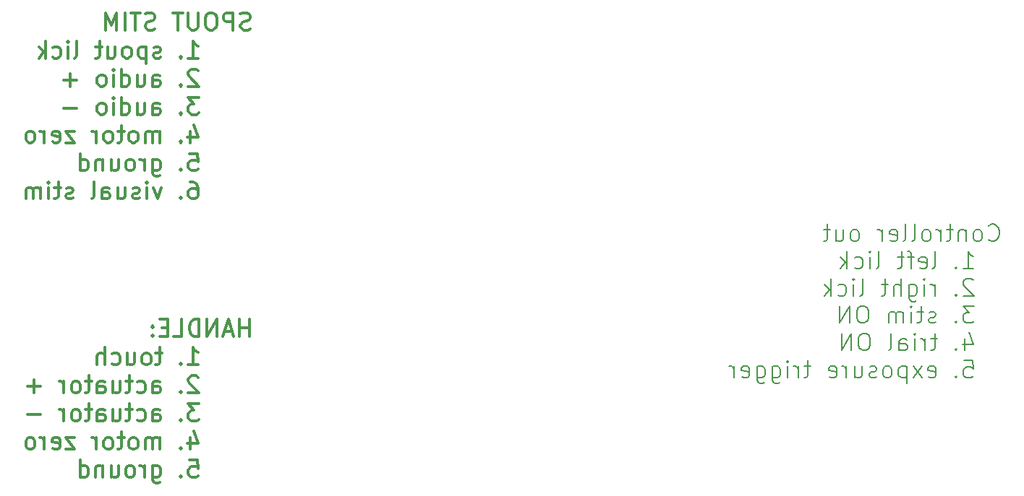
<source format=gbo>
G04 #@! TF.GenerationSoftware,KiCad,Pcbnew,5.1.6*
G04 #@! TF.CreationDate,2020-08-28T22:15:26-07:00*
G04 #@! TF.ProjectId,controller,636f6e74-726f-46c6-9c65-722e6b696361,rev?*
G04 #@! TF.SameCoordinates,Original*
G04 #@! TF.FileFunction,Legend,Bot*
G04 #@! TF.FilePolarity,Positive*
%FSLAX46Y46*%
G04 Gerber Fmt 4.6, Leading zero omitted, Abs format (unit mm)*
G04 Created by KiCad (PCBNEW 5.1.6) date 2020-08-28 22:15:26*
%MOMM*%
%LPD*%
G01*
G04 APERTURE LIST*
%ADD10C,0.200000*%
%ADD11C,0.300000*%
G04 APERTURE END LIST*
D10*
X136680952Y-70184285D02*
X136776190Y-70279523D01*
X137061904Y-70374761D01*
X137252380Y-70374761D01*
X137538095Y-70279523D01*
X137728571Y-70089047D01*
X137823809Y-69898571D01*
X137919047Y-69517619D01*
X137919047Y-69231904D01*
X137823809Y-68850952D01*
X137728571Y-68660476D01*
X137538095Y-68470000D01*
X137252380Y-68374761D01*
X137061904Y-68374761D01*
X136776190Y-68470000D01*
X136680952Y-68565238D01*
X135538095Y-70374761D02*
X135728571Y-70279523D01*
X135823809Y-70184285D01*
X135919047Y-69993809D01*
X135919047Y-69422380D01*
X135823809Y-69231904D01*
X135728571Y-69136666D01*
X135538095Y-69041428D01*
X135252380Y-69041428D01*
X135061904Y-69136666D01*
X134966666Y-69231904D01*
X134871428Y-69422380D01*
X134871428Y-69993809D01*
X134966666Y-70184285D01*
X135061904Y-70279523D01*
X135252380Y-70374761D01*
X135538095Y-70374761D01*
X134014285Y-69041428D02*
X134014285Y-70374761D01*
X134014285Y-69231904D02*
X133919047Y-69136666D01*
X133728571Y-69041428D01*
X133442857Y-69041428D01*
X133252380Y-69136666D01*
X133157142Y-69327142D01*
X133157142Y-70374761D01*
X132490476Y-69041428D02*
X131728571Y-69041428D01*
X132204761Y-68374761D02*
X132204761Y-70089047D01*
X132109523Y-70279523D01*
X131919047Y-70374761D01*
X131728571Y-70374761D01*
X131061904Y-70374761D02*
X131061904Y-69041428D01*
X131061904Y-69422380D02*
X130966666Y-69231904D01*
X130871428Y-69136666D01*
X130680952Y-69041428D01*
X130490476Y-69041428D01*
X129538095Y-70374761D02*
X129728571Y-70279523D01*
X129823809Y-70184285D01*
X129919047Y-69993809D01*
X129919047Y-69422380D01*
X129823809Y-69231904D01*
X129728571Y-69136666D01*
X129538095Y-69041428D01*
X129252380Y-69041428D01*
X129061904Y-69136666D01*
X128966666Y-69231904D01*
X128871428Y-69422380D01*
X128871428Y-69993809D01*
X128966666Y-70184285D01*
X129061904Y-70279523D01*
X129252380Y-70374761D01*
X129538095Y-70374761D01*
X127728571Y-70374761D02*
X127919047Y-70279523D01*
X128014285Y-70089047D01*
X128014285Y-68374761D01*
X126680952Y-70374761D02*
X126871428Y-70279523D01*
X126966666Y-70089047D01*
X126966666Y-68374761D01*
X125157142Y-70279523D02*
X125347619Y-70374761D01*
X125728571Y-70374761D01*
X125919047Y-70279523D01*
X126014285Y-70089047D01*
X126014285Y-69327142D01*
X125919047Y-69136666D01*
X125728571Y-69041428D01*
X125347619Y-69041428D01*
X125157142Y-69136666D01*
X125061904Y-69327142D01*
X125061904Y-69517619D01*
X126014285Y-69708095D01*
X124204761Y-70374761D02*
X124204761Y-69041428D01*
X124204761Y-69422380D02*
X124109523Y-69231904D01*
X124014285Y-69136666D01*
X123823809Y-69041428D01*
X123633333Y-69041428D01*
X121157142Y-70374761D02*
X121347619Y-70279523D01*
X121442857Y-70184285D01*
X121538095Y-69993809D01*
X121538095Y-69422380D01*
X121442857Y-69231904D01*
X121347619Y-69136666D01*
X121157142Y-69041428D01*
X120871428Y-69041428D01*
X120680952Y-69136666D01*
X120585714Y-69231904D01*
X120490476Y-69422380D01*
X120490476Y-69993809D01*
X120585714Y-70184285D01*
X120680952Y-70279523D01*
X120871428Y-70374761D01*
X121157142Y-70374761D01*
X118776190Y-69041428D02*
X118776190Y-70374761D01*
X119633333Y-69041428D02*
X119633333Y-70089047D01*
X119538095Y-70279523D01*
X119347619Y-70374761D01*
X119061904Y-70374761D01*
X118871428Y-70279523D01*
X118776190Y-70184285D01*
X118109523Y-69041428D02*
X117347619Y-69041428D01*
X117823809Y-68374761D02*
X117823809Y-70089047D01*
X117728571Y-70279523D01*
X117538095Y-70374761D01*
X117347619Y-70374761D01*
X133728571Y-73574761D02*
X134871428Y-73574761D01*
X134300000Y-73574761D02*
X134300000Y-71574761D01*
X134490476Y-71860476D01*
X134680952Y-72050952D01*
X134871428Y-72146190D01*
X132871428Y-73384285D02*
X132776190Y-73479523D01*
X132871428Y-73574761D01*
X132966666Y-73479523D01*
X132871428Y-73384285D01*
X132871428Y-73574761D01*
X130109523Y-73574761D02*
X130300000Y-73479523D01*
X130395238Y-73289047D01*
X130395238Y-71574761D01*
X128585714Y-73479523D02*
X128776190Y-73574761D01*
X129157142Y-73574761D01*
X129347619Y-73479523D01*
X129442857Y-73289047D01*
X129442857Y-72527142D01*
X129347619Y-72336666D01*
X129157142Y-72241428D01*
X128776190Y-72241428D01*
X128585714Y-72336666D01*
X128490476Y-72527142D01*
X128490476Y-72717619D01*
X129442857Y-72908095D01*
X127919047Y-72241428D02*
X127157142Y-72241428D01*
X127633333Y-73574761D02*
X127633333Y-71860476D01*
X127538095Y-71670000D01*
X127347619Y-71574761D01*
X127157142Y-71574761D01*
X126776190Y-72241428D02*
X126014285Y-72241428D01*
X126490476Y-71574761D02*
X126490476Y-73289047D01*
X126395238Y-73479523D01*
X126204761Y-73574761D01*
X126014285Y-73574761D01*
X123538095Y-73574761D02*
X123728571Y-73479523D01*
X123823809Y-73289047D01*
X123823809Y-71574761D01*
X122776190Y-73574761D02*
X122776190Y-72241428D01*
X122776190Y-71574761D02*
X122871428Y-71670000D01*
X122776190Y-71765238D01*
X122680952Y-71670000D01*
X122776190Y-71574761D01*
X122776190Y-71765238D01*
X120966666Y-73479523D02*
X121157142Y-73574761D01*
X121538095Y-73574761D01*
X121728571Y-73479523D01*
X121823809Y-73384285D01*
X121919047Y-73193809D01*
X121919047Y-72622380D01*
X121823809Y-72431904D01*
X121728571Y-72336666D01*
X121538095Y-72241428D01*
X121157142Y-72241428D01*
X120966666Y-72336666D01*
X120109523Y-73574761D02*
X120109523Y-71574761D01*
X119919047Y-72812857D02*
X119347619Y-73574761D01*
X119347619Y-72241428D02*
X120109523Y-73003333D01*
X134871428Y-74965238D02*
X134776190Y-74870000D01*
X134585714Y-74774761D01*
X134109523Y-74774761D01*
X133919047Y-74870000D01*
X133823809Y-74965238D01*
X133728571Y-75155714D01*
X133728571Y-75346190D01*
X133823809Y-75631904D01*
X134966666Y-76774761D01*
X133728571Y-76774761D01*
X132871428Y-76584285D02*
X132776190Y-76679523D01*
X132871428Y-76774761D01*
X132966666Y-76679523D01*
X132871428Y-76584285D01*
X132871428Y-76774761D01*
X130395238Y-76774761D02*
X130395238Y-75441428D01*
X130395238Y-75822380D02*
X130300000Y-75631904D01*
X130204761Y-75536666D01*
X130014285Y-75441428D01*
X129823809Y-75441428D01*
X129157142Y-76774761D02*
X129157142Y-75441428D01*
X129157142Y-74774761D02*
X129252380Y-74870000D01*
X129157142Y-74965238D01*
X129061904Y-74870000D01*
X129157142Y-74774761D01*
X129157142Y-74965238D01*
X127347619Y-75441428D02*
X127347619Y-77060476D01*
X127442857Y-77250952D01*
X127538095Y-77346190D01*
X127728571Y-77441428D01*
X128014285Y-77441428D01*
X128204761Y-77346190D01*
X127347619Y-76679523D02*
X127538095Y-76774761D01*
X127919047Y-76774761D01*
X128109523Y-76679523D01*
X128204761Y-76584285D01*
X128300000Y-76393809D01*
X128300000Y-75822380D01*
X128204761Y-75631904D01*
X128109523Y-75536666D01*
X127919047Y-75441428D01*
X127538095Y-75441428D01*
X127347619Y-75536666D01*
X126395238Y-76774761D02*
X126395238Y-74774761D01*
X125538095Y-76774761D02*
X125538095Y-75727142D01*
X125633333Y-75536666D01*
X125823809Y-75441428D01*
X126109523Y-75441428D01*
X126300000Y-75536666D01*
X126395238Y-75631904D01*
X124871428Y-75441428D02*
X124109523Y-75441428D01*
X124585714Y-74774761D02*
X124585714Y-76489047D01*
X124490476Y-76679523D01*
X124300000Y-76774761D01*
X124109523Y-76774761D01*
X121633333Y-76774761D02*
X121823809Y-76679523D01*
X121919047Y-76489047D01*
X121919047Y-74774761D01*
X120871428Y-76774761D02*
X120871428Y-75441428D01*
X120871428Y-74774761D02*
X120966666Y-74870000D01*
X120871428Y-74965238D01*
X120776190Y-74870000D01*
X120871428Y-74774761D01*
X120871428Y-74965238D01*
X119061904Y-76679523D02*
X119252380Y-76774761D01*
X119633333Y-76774761D01*
X119823809Y-76679523D01*
X119919047Y-76584285D01*
X120014285Y-76393809D01*
X120014285Y-75822380D01*
X119919047Y-75631904D01*
X119823809Y-75536666D01*
X119633333Y-75441428D01*
X119252380Y-75441428D01*
X119061904Y-75536666D01*
X118204761Y-76774761D02*
X118204761Y-74774761D01*
X118014285Y-76012857D02*
X117442857Y-76774761D01*
X117442857Y-75441428D02*
X118204761Y-76203333D01*
X134966666Y-77974761D02*
X133728571Y-77974761D01*
X134395238Y-78736666D01*
X134109523Y-78736666D01*
X133919047Y-78831904D01*
X133823809Y-78927142D01*
X133728571Y-79117619D01*
X133728571Y-79593809D01*
X133823809Y-79784285D01*
X133919047Y-79879523D01*
X134109523Y-79974761D01*
X134680952Y-79974761D01*
X134871428Y-79879523D01*
X134966666Y-79784285D01*
X132871428Y-79784285D02*
X132776190Y-79879523D01*
X132871428Y-79974761D01*
X132966666Y-79879523D01*
X132871428Y-79784285D01*
X132871428Y-79974761D01*
X130490476Y-79879523D02*
X130300000Y-79974761D01*
X129919047Y-79974761D01*
X129728571Y-79879523D01*
X129633333Y-79689047D01*
X129633333Y-79593809D01*
X129728571Y-79403333D01*
X129919047Y-79308095D01*
X130204761Y-79308095D01*
X130395238Y-79212857D01*
X130490476Y-79022380D01*
X130490476Y-78927142D01*
X130395238Y-78736666D01*
X130204761Y-78641428D01*
X129919047Y-78641428D01*
X129728571Y-78736666D01*
X129061904Y-78641428D02*
X128300000Y-78641428D01*
X128776190Y-77974761D02*
X128776190Y-79689047D01*
X128680952Y-79879523D01*
X128490476Y-79974761D01*
X128300000Y-79974761D01*
X127633333Y-79974761D02*
X127633333Y-78641428D01*
X127633333Y-77974761D02*
X127728571Y-78070000D01*
X127633333Y-78165238D01*
X127538095Y-78070000D01*
X127633333Y-77974761D01*
X127633333Y-78165238D01*
X126680952Y-79974761D02*
X126680952Y-78641428D01*
X126680952Y-78831904D02*
X126585714Y-78736666D01*
X126395238Y-78641428D01*
X126109523Y-78641428D01*
X125919047Y-78736666D01*
X125823809Y-78927142D01*
X125823809Y-79974761D01*
X125823809Y-78927142D02*
X125728571Y-78736666D01*
X125538095Y-78641428D01*
X125252380Y-78641428D01*
X125061904Y-78736666D01*
X124966666Y-78927142D01*
X124966666Y-79974761D01*
X122109523Y-77974761D02*
X121728571Y-77974761D01*
X121538095Y-78070000D01*
X121347619Y-78260476D01*
X121252380Y-78641428D01*
X121252380Y-79308095D01*
X121347619Y-79689047D01*
X121538095Y-79879523D01*
X121728571Y-79974761D01*
X122109523Y-79974761D01*
X122300000Y-79879523D01*
X122490476Y-79689047D01*
X122585714Y-79308095D01*
X122585714Y-78641428D01*
X122490476Y-78260476D01*
X122300000Y-78070000D01*
X122109523Y-77974761D01*
X120395238Y-79974761D02*
X120395238Y-77974761D01*
X119252380Y-79974761D01*
X119252380Y-77974761D01*
X133919047Y-81841428D02*
X133919047Y-83174761D01*
X134395238Y-81079523D02*
X134871428Y-82508095D01*
X133633333Y-82508095D01*
X132871428Y-82984285D02*
X132776190Y-83079523D01*
X132871428Y-83174761D01*
X132966666Y-83079523D01*
X132871428Y-82984285D01*
X132871428Y-83174761D01*
X130680952Y-81841428D02*
X129919047Y-81841428D01*
X130395238Y-81174761D02*
X130395238Y-82889047D01*
X130300000Y-83079523D01*
X130109523Y-83174761D01*
X129919047Y-83174761D01*
X129252380Y-83174761D02*
X129252380Y-81841428D01*
X129252380Y-82222380D02*
X129157142Y-82031904D01*
X129061904Y-81936666D01*
X128871428Y-81841428D01*
X128680952Y-81841428D01*
X128014285Y-83174761D02*
X128014285Y-81841428D01*
X128014285Y-81174761D02*
X128109523Y-81270000D01*
X128014285Y-81365238D01*
X127919047Y-81270000D01*
X128014285Y-81174761D01*
X128014285Y-81365238D01*
X126204761Y-83174761D02*
X126204761Y-82127142D01*
X126300000Y-81936666D01*
X126490476Y-81841428D01*
X126871428Y-81841428D01*
X127061904Y-81936666D01*
X126204761Y-83079523D02*
X126395238Y-83174761D01*
X126871428Y-83174761D01*
X127061904Y-83079523D01*
X127157142Y-82889047D01*
X127157142Y-82698571D01*
X127061904Y-82508095D01*
X126871428Y-82412857D01*
X126395238Y-82412857D01*
X126204761Y-82317619D01*
X124966666Y-83174761D02*
X125157142Y-83079523D01*
X125252380Y-82889047D01*
X125252380Y-81174761D01*
X122300000Y-81174761D02*
X121919047Y-81174761D01*
X121728571Y-81270000D01*
X121538095Y-81460476D01*
X121442857Y-81841428D01*
X121442857Y-82508095D01*
X121538095Y-82889047D01*
X121728571Y-83079523D01*
X121919047Y-83174761D01*
X122300000Y-83174761D01*
X122490476Y-83079523D01*
X122680952Y-82889047D01*
X122776190Y-82508095D01*
X122776190Y-81841428D01*
X122680952Y-81460476D01*
X122490476Y-81270000D01*
X122300000Y-81174761D01*
X120585714Y-83174761D02*
X120585714Y-81174761D01*
X119442857Y-83174761D01*
X119442857Y-81174761D01*
X133823809Y-84374761D02*
X134776190Y-84374761D01*
X134871428Y-85327142D01*
X134776190Y-85231904D01*
X134585714Y-85136666D01*
X134109523Y-85136666D01*
X133919047Y-85231904D01*
X133823809Y-85327142D01*
X133728571Y-85517619D01*
X133728571Y-85993809D01*
X133823809Y-86184285D01*
X133919047Y-86279523D01*
X134109523Y-86374761D01*
X134585714Y-86374761D01*
X134776190Y-86279523D01*
X134871428Y-86184285D01*
X132871428Y-86184285D02*
X132776190Y-86279523D01*
X132871428Y-86374761D01*
X132966666Y-86279523D01*
X132871428Y-86184285D01*
X132871428Y-86374761D01*
X129633333Y-86279523D02*
X129823809Y-86374761D01*
X130204761Y-86374761D01*
X130395238Y-86279523D01*
X130490476Y-86089047D01*
X130490476Y-85327142D01*
X130395238Y-85136666D01*
X130204761Y-85041428D01*
X129823809Y-85041428D01*
X129633333Y-85136666D01*
X129538095Y-85327142D01*
X129538095Y-85517619D01*
X130490476Y-85708095D01*
X128871428Y-86374761D02*
X127823809Y-85041428D01*
X128871428Y-85041428D02*
X127823809Y-86374761D01*
X127061904Y-85041428D02*
X127061904Y-87041428D01*
X127061904Y-85136666D02*
X126871428Y-85041428D01*
X126490476Y-85041428D01*
X126300000Y-85136666D01*
X126204761Y-85231904D01*
X126109523Y-85422380D01*
X126109523Y-85993809D01*
X126204761Y-86184285D01*
X126300000Y-86279523D01*
X126490476Y-86374761D01*
X126871428Y-86374761D01*
X127061904Y-86279523D01*
X124966666Y-86374761D02*
X125157142Y-86279523D01*
X125252380Y-86184285D01*
X125347619Y-85993809D01*
X125347619Y-85422380D01*
X125252380Y-85231904D01*
X125157142Y-85136666D01*
X124966666Y-85041428D01*
X124680952Y-85041428D01*
X124490476Y-85136666D01*
X124395238Y-85231904D01*
X124300000Y-85422380D01*
X124300000Y-85993809D01*
X124395238Y-86184285D01*
X124490476Y-86279523D01*
X124680952Y-86374761D01*
X124966666Y-86374761D01*
X123538095Y-86279523D02*
X123347619Y-86374761D01*
X122966666Y-86374761D01*
X122776190Y-86279523D01*
X122680952Y-86089047D01*
X122680952Y-85993809D01*
X122776190Y-85803333D01*
X122966666Y-85708095D01*
X123252380Y-85708095D01*
X123442857Y-85612857D01*
X123538095Y-85422380D01*
X123538095Y-85327142D01*
X123442857Y-85136666D01*
X123252380Y-85041428D01*
X122966666Y-85041428D01*
X122776190Y-85136666D01*
X120966666Y-85041428D02*
X120966666Y-86374761D01*
X121823809Y-85041428D02*
X121823809Y-86089047D01*
X121728571Y-86279523D01*
X121538095Y-86374761D01*
X121252380Y-86374761D01*
X121061904Y-86279523D01*
X120966666Y-86184285D01*
X120014285Y-86374761D02*
X120014285Y-85041428D01*
X120014285Y-85422380D02*
X119919047Y-85231904D01*
X119823809Y-85136666D01*
X119633333Y-85041428D01*
X119442857Y-85041428D01*
X118014285Y-86279523D02*
X118204761Y-86374761D01*
X118585714Y-86374761D01*
X118776190Y-86279523D01*
X118871428Y-86089047D01*
X118871428Y-85327142D01*
X118776190Y-85136666D01*
X118585714Y-85041428D01*
X118204761Y-85041428D01*
X118014285Y-85136666D01*
X117919047Y-85327142D01*
X117919047Y-85517619D01*
X118871428Y-85708095D01*
X115823809Y-85041428D02*
X115061904Y-85041428D01*
X115538095Y-84374761D02*
X115538095Y-86089047D01*
X115442857Y-86279523D01*
X115252380Y-86374761D01*
X115061904Y-86374761D01*
X114395238Y-86374761D02*
X114395238Y-85041428D01*
X114395238Y-85422380D02*
X114300000Y-85231904D01*
X114204761Y-85136666D01*
X114014285Y-85041428D01*
X113823809Y-85041428D01*
X113157142Y-86374761D02*
X113157142Y-85041428D01*
X113157142Y-84374761D02*
X113252380Y-84470000D01*
X113157142Y-84565238D01*
X113061904Y-84470000D01*
X113157142Y-84374761D01*
X113157142Y-84565238D01*
X111347619Y-85041428D02*
X111347619Y-86660476D01*
X111442857Y-86850952D01*
X111538095Y-86946190D01*
X111728571Y-87041428D01*
X112014285Y-87041428D01*
X112204761Y-86946190D01*
X111347619Y-86279523D02*
X111538095Y-86374761D01*
X111919047Y-86374761D01*
X112109523Y-86279523D01*
X112204761Y-86184285D01*
X112300000Y-85993809D01*
X112300000Y-85422380D01*
X112204761Y-85231904D01*
X112109523Y-85136666D01*
X111919047Y-85041428D01*
X111538095Y-85041428D01*
X111347619Y-85136666D01*
X109538095Y-85041428D02*
X109538095Y-86660476D01*
X109633333Y-86850952D01*
X109728571Y-86946190D01*
X109919047Y-87041428D01*
X110204761Y-87041428D01*
X110395238Y-86946190D01*
X109538095Y-86279523D02*
X109728571Y-86374761D01*
X110109523Y-86374761D01*
X110300000Y-86279523D01*
X110395238Y-86184285D01*
X110490476Y-85993809D01*
X110490476Y-85422380D01*
X110395238Y-85231904D01*
X110300000Y-85136666D01*
X110109523Y-85041428D01*
X109728571Y-85041428D01*
X109538095Y-85136666D01*
X107823809Y-86279523D02*
X108014285Y-86374761D01*
X108395238Y-86374761D01*
X108585714Y-86279523D01*
X108680952Y-86089047D01*
X108680952Y-85327142D01*
X108585714Y-85136666D01*
X108395238Y-85041428D01*
X108014285Y-85041428D01*
X107823809Y-85136666D01*
X107728571Y-85327142D01*
X107728571Y-85517619D01*
X108680952Y-85708095D01*
X106871428Y-86374761D02*
X106871428Y-85041428D01*
X106871428Y-85422380D02*
X106776190Y-85231904D01*
X106680952Y-85136666D01*
X106490476Y-85041428D01*
X106300000Y-85041428D01*
D11*
X50224047Y-45519523D02*
X49938333Y-45614761D01*
X49462142Y-45614761D01*
X49271666Y-45519523D01*
X49176428Y-45424285D01*
X49081190Y-45233809D01*
X49081190Y-45043333D01*
X49176428Y-44852857D01*
X49271666Y-44757619D01*
X49462142Y-44662380D01*
X49843095Y-44567142D01*
X50033571Y-44471904D01*
X50128809Y-44376666D01*
X50224047Y-44186190D01*
X50224047Y-43995714D01*
X50128809Y-43805238D01*
X50033571Y-43710000D01*
X49843095Y-43614761D01*
X49366904Y-43614761D01*
X49081190Y-43710000D01*
X48224047Y-45614761D02*
X48224047Y-43614761D01*
X47462142Y-43614761D01*
X47271666Y-43710000D01*
X47176428Y-43805238D01*
X47081190Y-43995714D01*
X47081190Y-44281428D01*
X47176428Y-44471904D01*
X47271666Y-44567142D01*
X47462142Y-44662380D01*
X48224047Y-44662380D01*
X45843095Y-43614761D02*
X45462142Y-43614761D01*
X45271666Y-43710000D01*
X45081190Y-43900476D01*
X44985952Y-44281428D01*
X44985952Y-44948095D01*
X45081190Y-45329047D01*
X45271666Y-45519523D01*
X45462142Y-45614761D01*
X45843095Y-45614761D01*
X46033571Y-45519523D01*
X46224047Y-45329047D01*
X46319285Y-44948095D01*
X46319285Y-44281428D01*
X46224047Y-43900476D01*
X46033571Y-43710000D01*
X45843095Y-43614761D01*
X44128809Y-43614761D02*
X44128809Y-45233809D01*
X44033571Y-45424285D01*
X43938333Y-45519523D01*
X43747857Y-45614761D01*
X43366904Y-45614761D01*
X43176428Y-45519523D01*
X43081190Y-45424285D01*
X42985952Y-45233809D01*
X42985952Y-43614761D01*
X42319285Y-43614761D02*
X41176428Y-43614761D01*
X41747857Y-45614761D02*
X41747857Y-43614761D01*
X39081190Y-45519523D02*
X38795476Y-45614761D01*
X38319285Y-45614761D01*
X38128809Y-45519523D01*
X38033571Y-45424285D01*
X37938333Y-45233809D01*
X37938333Y-45043333D01*
X38033571Y-44852857D01*
X38128809Y-44757619D01*
X38319285Y-44662380D01*
X38700238Y-44567142D01*
X38890714Y-44471904D01*
X38985952Y-44376666D01*
X39081190Y-44186190D01*
X39081190Y-43995714D01*
X38985952Y-43805238D01*
X38890714Y-43710000D01*
X38700238Y-43614761D01*
X38224047Y-43614761D01*
X37938333Y-43710000D01*
X37366904Y-43614761D02*
X36224047Y-43614761D01*
X36795476Y-45614761D02*
X36795476Y-43614761D01*
X35557380Y-45614761D02*
X35557380Y-43614761D01*
X34605000Y-45614761D02*
X34605000Y-43614761D01*
X33938333Y-45043333D01*
X33271666Y-43614761D01*
X33271666Y-45614761D01*
X42985952Y-48914761D02*
X44128809Y-48914761D01*
X43557380Y-48914761D02*
X43557380Y-46914761D01*
X43747857Y-47200476D01*
X43938333Y-47390952D01*
X44128809Y-47486190D01*
X42128809Y-48724285D02*
X42033571Y-48819523D01*
X42128809Y-48914761D01*
X42224047Y-48819523D01*
X42128809Y-48724285D01*
X42128809Y-48914761D01*
X39747857Y-48819523D02*
X39557380Y-48914761D01*
X39176428Y-48914761D01*
X38985952Y-48819523D01*
X38890714Y-48629047D01*
X38890714Y-48533809D01*
X38985952Y-48343333D01*
X39176428Y-48248095D01*
X39462142Y-48248095D01*
X39652619Y-48152857D01*
X39747857Y-47962380D01*
X39747857Y-47867142D01*
X39652619Y-47676666D01*
X39462142Y-47581428D01*
X39176428Y-47581428D01*
X38985952Y-47676666D01*
X38033571Y-47581428D02*
X38033571Y-49581428D01*
X38033571Y-47676666D02*
X37843095Y-47581428D01*
X37462142Y-47581428D01*
X37271666Y-47676666D01*
X37176428Y-47771904D01*
X37081190Y-47962380D01*
X37081190Y-48533809D01*
X37176428Y-48724285D01*
X37271666Y-48819523D01*
X37462142Y-48914761D01*
X37843095Y-48914761D01*
X38033571Y-48819523D01*
X35938333Y-48914761D02*
X36128809Y-48819523D01*
X36224047Y-48724285D01*
X36319285Y-48533809D01*
X36319285Y-47962380D01*
X36224047Y-47771904D01*
X36128809Y-47676666D01*
X35938333Y-47581428D01*
X35652619Y-47581428D01*
X35462142Y-47676666D01*
X35366904Y-47771904D01*
X35271666Y-47962380D01*
X35271666Y-48533809D01*
X35366904Y-48724285D01*
X35462142Y-48819523D01*
X35652619Y-48914761D01*
X35938333Y-48914761D01*
X33557380Y-47581428D02*
X33557380Y-48914761D01*
X34414523Y-47581428D02*
X34414523Y-48629047D01*
X34319285Y-48819523D01*
X34128809Y-48914761D01*
X33843095Y-48914761D01*
X33652619Y-48819523D01*
X33557380Y-48724285D01*
X32890714Y-47581428D02*
X32128809Y-47581428D01*
X32605000Y-46914761D02*
X32605000Y-48629047D01*
X32509761Y-48819523D01*
X32319285Y-48914761D01*
X32128809Y-48914761D01*
X29652619Y-48914761D02*
X29843095Y-48819523D01*
X29938333Y-48629047D01*
X29938333Y-46914761D01*
X28890714Y-48914761D02*
X28890714Y-47581428D01*
X28890714Y-46914761D02*
X28985952Y-47010000D01*
X28890714Y-47105238D01*
X28795476Y-47010000D01*
X28890714Y-46914761D01*
X28890714Y-47105238D01*
X27081190Y-48819523D02*
X27271666Y-48914761D01*
X27652619Y-48914761D01*
X27843095Y-48819523D01*
X27938333Y-48724285D01*
X28033571Y-48533809D01*
X28033571Y-47962380D01*
X27938333Y-47771904D01*
X27843095Y-47676666D01*
X27652619Y-47581428D01*
X27271666Y-47581428D01*
X27081190Y-47676666D01*
X26224047Y-48914761D02*
X26224047Y-46914761D01*
X26033571Y-48152857D02*
X25462142Y-48914761D01*
X25462142Y-47581428D02*
X26224047Y-48343333D01*
X44128809Y-50405238D02*
X44033571Y-50310000D01*
X43843095Y-50214761D01*
X43366904Y-50214761D01*
X43176428Y-50310000D01*
X43081190Y-50405238D01*
X42985952Y-50595714D01*
X42985952Y-50786190D01*
X43081190Y-51071904D01*
X44224047Y-52214761D01*
X42985952Y-52214761D01*
X42128809Y-52024285D02*
X42033571Y-52119523D01*
X42128809Y-52214761D01*
X42224047Y-52119523D01*
X42128809Y-52024285D01*
X42128809Y-52214761D01*
X38795476Y-52214761D02*
X38795476Y-51167142D01*
X38890714Y-50976666D01*
X39081190Y-50881428D01*
X39462142Y-50881428D01*
X39652619Y-50976666D01*
X38795476Y-52119523D02*
X38985952Y-52214761D01*
X39462142Y-52214761D01*
X39652619Y-52119523D01*
X39747857Y-51929047D01*
X39747857Y-51738571D01*
X39652619Y-51548095D01*
X39462142Y-51452857D01*
X38985952Y-51452857D01*
X38795476Y-51357619D01*
X36985952Y-50881428D02*
X36985952Y-52214761D01*
X37843095Y-50881428D02*
X37843095Y-51929047D01*
X37747857Y-52119523D01*
X37557380Y-52214761D01*
X37271666Y-52214761D01*
X37081190Y-52119523D01*
X36985952Y-52024285D01*
X35176428Y-52214761D02*
X35176428Y-50214761D01*
X35176428Y-52119523D02*
X35366904Y-52214761D01*
X35747857Y-52214761D01*
X35938333Y-52119523D01*
X36033571Y-52024285D01*
X36128809Y-51833809D01*
X36128809Y-51262380D01*
X36033571Y-51071904D01*
X35938333Y-50976666D01*
X35747857Y-50881428D01*
X35366904Y-50881428D01*
X35176428Y-50976666D01*
X34224047Y-52214761D02*
X34224047Y-50881428D01*
X34224047Y-50214761D02*
X34319285Y-50310000D01*
X34224047Y-50405238D01*
X34128809Y-50310000D01*
X34224047Y-50214761D01*
X34224047Y-50405238D01*
X32985952Y-52214761D02*
X33176428Y-52119523D01*
X33271666Y-52024285D01*
X33366904Y-51833809D01*
X33366904Y-51262380D01*
X33271666Y-51071904D01*
X33176428Y-50976666D01*
X32985952Y-50881428D01*
X32700238Y-50881428D01*
X32509761Y-50976666D01*
X32414523Y-51071904D01*
X32319285Y-51262380D01*
X32319285Y-51833809D01*
X32414523Y-52024285D01*
X32509761Y-52119523D01*
X32700238Y-52214761D01*
X32985952Y-52214761D01*
X29938333Y-51452857D02*
X28414523Y-51452857D01*
X29176428Y-52214761D02*
X29176428Y-50690952D01*
X44224047Y-53514761D02*
X42985952Y-53514761D01*
X43652619Y-54276666D01*
X43366904Y-54276666D01*
X43176428Y-54371904D01*
X43081190Y-54467142D01*
X42985952Y-54657619D01*
X42985952Y-55133809D01*
X43081190Y-55324285D01*
X43176428Y-55419523D01*
X43366904Y-55514761D01*
X43938333Y-55514761D01*
X44128809Y-55419523D01*
X44224047Y-55324285D01*
X42128809Y-55324285D02*
X42033571Y-55419523D01*
X42128809Y-55514761D01*
X42224047Y-55419523D01*
X42128809Y-55324285D01*
X42128809Y-55514761D01*
X38795476Y-55514761D02*
X38795476Y-54467142D01*
X38890714Y-54276666D01*
X39081190Y-54181428D01*
X39462142Y-54181428D01*
X39652619Y-54276666D01*
X38795476Y-55419523D02*
X38985952Y-55514761D01*
X39462142Y-55514761D01*
X39652619Y-55419523D01*
X39747857Y-55229047D01*
X39747857Y-55038571D01*
X39652619Y-54848095D01*
X39462142Y-54752857D01*
X38985952Y-54752857D01*
X38795476Y-54657619D01*
X36985952Y-54181428D02*
X36985952Y-55514761D01*
X37843095Y-54181428D02*
X37843095Y-55229047D01*
X37747857Y-55419523D01*
X37557380Y-55514761D01*
X37271666Y-55514761D01*
X37081190Y-55419523D01*
X36985952Y-55324285D01*
X35176428Y-55514761D02*
X35176428Y-53514761D01*
X35176428Y-55419523D02*
X35366904Y-55514761D01*
X35747857Y-55514761D01*
X35938333Y-55419523D01*
X36033571Y-55324285D01*
X36128809Y-55133809D01*
X36128809Y-54562380D01*
X36033571Y-54371904D01*
X35938333Y-54276666D01*
X35747857Y-54181428D01*
X35366904Y-54181428D01*
X35176428Y-54276666D01*
X34224047Y-55514761D02*
X34224047Y-54181428D01*
X34224047Y-53514761D02*
X34319285Y-53610000D01*
X34224047Y-53705238D01*
X34128809Y-53610000D01*
X34224047Y-53514761D01*
X34224047Y-53705238D01*
X32985952Y-55514761D02*
X33176428Y-55419523D01*
X33271666Y-55324285D01*
X33366904Y-55133809D01*
X33366904Y-54562380D01*
X33271666Y-54371904D01*
X33176428Y-54276666D01*
X32985952Y-54181428D01*
X32700238Y-54181428D01*
X32509761Y-54276666D01*
X32414523Y-54371904D01*
X32319285Y-54562380D01*
X32319285Y-55133809D01*
X32414523Y-55324285D01*
X32509761Y-55419523D01*
X32700238Y-55514761D01*
X32985952Y-55514761D01*
X29938333Y-54752857D02*
X28414523Y-54752857D01*
X43176428Y-57481428D02*
X43176428Y-58814761D01*
X43652619Y-56719523D02*
X44128809Y-58148095D01*
X42890714Y-58148095D01*
X42128809Y-58624285D02*
X42033571Y-58719523D01*
X42128809Y-58814761D01*
X42224047Y-58719523D01*
X42128809Y-58624285D01*
X42128809Y-58814761D01*
X39652619Y-58814761D02*
X39652619Y-57481428D01*
X39652619Y-57671904D02*
X39557380Y-57576666D01*
X39366904Y-57481428D01*
X39081190Y-57481428D01*
X38890714Y-57576666D01*
X38795476Y-57767142D01*
X38795476Y-58814761D01*
X38795476Y-57767142D02*
X38700238Y-57576666D01*
X38509761Y-57481428D01*
X38224047Y-57481428D01*
X38033571Y-57576666D01*
X37938333Y-57767142D01*
X37938333Y-58814761D01*
X36700238Y-58814761D02*
X36890714Y-58719523D01*
X36985952Y-58624285D01*
X37081190Y-58433809D01*
X37081190Y-57862380D01*
X36985952Y-57671904D01*
X36890714Y-57576666D01*
X36700238Y-57481428D01*
X36414523Y-57481428D01*
X36224047Y-57576666D01*
X36128809Y-57671904D01*
X36033571Y-57862380D01*
X36033571Y-58433809D01*
X36128809Y-58624285D01*
X36224047Y-58719523D01*
X36414523Y-58814761D01*
X36700238Y-58814761D01*
X35462142Y-57481428D02*
X34700238Y-57481428D01*
X35176428Y-56814761D02*
X35176428Y-58529047D01*
X35081190Y-58719523D01*
X34890714Y-58814761D01*
X34700238Y-58814761D01*
X33747857Y-58814761D02*
X33938333Y-58719523D01*
X34033571Y-58624285D01*
X34128809Y-58433809D01*
X34128809Y-57862380D01*
X34033571Y-57671904D01*
X33938333Y-57576666D01*
X33747857Y-57481428D01*
X33462142Y-57481428D01*
X33271666Y-57576666D01*
X33176428Y-57671904D01*
X33081190Y-57862380D01*
X33081190Y-58433809D01*
X33176428Y-58624285D01*
X33271666Y-58719523D01*
X33462142Y-58814761D01*
X33747857Y-58814761D01*
X32224047Y-58814761D02*
X32224047Y-57481428D01*
X32224047Y-57862380D02*
X32128809Y-57671904D01*
X32033571Y-57576666D01*
X31843095Y-57481428D01*
X31652619Y-57481428D01*
X29652619Y-57481428D02*
X28605000Y-57481428D01*
X29652619Y-58814761D01*
X28605000Y-58814761D01*
X27081190Y-58719523D02*
X27271666Y-58814761D01*
X27652619Y-58814761D01*
X27843095Y-58719523D01*
X27938333Y-58529047D01*
X27938333Y-57767142D01*
X27843095Y-57576666D01*
X27652619Y-57481428D01*
X27271666Y-57481428D01*
X27081190Y-57576666D01*
X26985952Y-57767142D01*
X26985952Y-57957619D01*
X27938333Y-58148095D01*
X26128809Y-58814761D02*
X26128809Y-57481428D01*
X26128809Y-57862380D02*
X26033571Y-57671904D01*
X25938333Y-57576666D01*
X25747857Y-57481428D01*
X25557380Y-57481428D01*
X24605000Y-58814761D02*
X24795476Y-58719523D01*
X24890714Y-58624285D01*
X24985952Y-58433809D01*
X24985952Y-57862380D01*
X24890714Y-57671904D01*
X24795476Y-57576666D01*
X24605000Y-57481428D01*
X24319285Y-57481428D01*
X24128809Y-57576666D01*
X24033571Y-57671904D01*
X23938333Y-57862380D01*
X23938333Y-58433809D01*
X24033571Y-58624285D01*
X24128809Y-58719523D01*
X24319285Y-58814761D01*
X24605000Y-58814761D01*
X43081190Y-60114761D02*
X44033571Y-60114761D01*
X44128809Y-61067142D01*
X44033571Y-60971904D01*
X43843095Y-60876666D01*
X43366904Y-60876666D01*
X43176428Y-60971904D01*
X43081190Y-61067142D01*
X42985952Y-61257619D01*
X42985952Y-61733809D01*
X43081190Y-61924285D01*
X43176428Y-62019523D01*
X43366904Y-62114761D01*
X43843095Y-62114761D01*
X44033571Y-62019523D01*
X44128809Y-61924285D01*
X42128809Y-61924285D02*
X42033571Y-62019523D01*
X42128809Y-62114761D01*
X42224047Y-62019523D01*
X42128809Y-61924285D01*
X42128809Y-62114761D01*
X38795476Y-60781428D02*
X38795476Y-62400476D01*
X38890714Y-62590952D01*
X38985952Y-62686190D01*
X39176428Y-62781428D01*
X39462142Y-62781428D01*
X39652619Y-62686190D01*
X38795476Y-62019523D02*
X38985952Y-62114761D01*
X39366904Y-62114761D01*
X39557380Y-62019523D01*
X39652619Y-61924285D01*
X39747857Y-61733809D01*
X39747857Y-61162380D01*
X39652619Y-60971904D01*
X39557380Y-60876666D01*
X39366904Y-60781428D01*
X38985952Y-60781428D01*
X38795476Y-60876666D01*
X37843095Y-62114761D02*
X37843095Y-60781428D01*
X37843095Y-61162380D02*
X37747857Y-60971904D01*
X37652619Y-60876666D01*
X37462142Y-60781428D01*
X37271666Y-60781428D01*
X36319285Y-62114761D02*
X36509761Y-62019523D01*
X36605000Y-61924285D01*
X36700238Y-61733809D01*
X36700238Y-61162380D01*
X36605000Y-60971904D01*
X36509761Y-60876666D01*
X36319285Y-60781428D01*
X36033571Y-60781428D01*
X35843095Y-60876666D01*
X35747857Y-60971904D01*
X35652619Y-61162380D01*
X35652619Y-61733809D01*
X35747857Y-61924285D01*
X35843095Y-62019523D01*
X36033571Y-62114761D01*
X36319285Y-62114761D01*
X33938333Y-60781428D02*
X33938333Y-62114761D01*
X34795476Y-60781428D02*
X34795476Y-61829047D01*
X34700238Y-62019523D01*
X34509761Y-62114761D01*
X34224047Y-62114761D01*
X34033571Y-62019523D01*
X33938333Y-61924285D01*
X32985952Y-60781428D02*
X32985952Y-62114761D01*
X32985952Y-60971904D02*
X32890714Y-60876666D01*
X32700238Y-60781428D01*
X32414523Y-60781428D01*
X32224047Y-60876666D01*
X32128809Y-61067142D01*
X32128809Y-62114761D01*
X30319285Y-62114761D02*
X30319285Y-60114761D01*
X30319285Y-62019523D02*
X30509761Y-62114761D01*
X30890714Y-62114761D01*
X31081190Y-62019523D01*
X31176428Y-61924285D01*
X31271666Y-61733809D01*
X31271666Y-61162380D01*
X31176428Y-60971904D01*
X31081190Y-60876666D01*
X30890714Y-60781428D01*
X30509761Y-60781428D01*
X30319285Y-60876666D01*
X43176428Y-63414761D02*
X43557380Y-63414761D01*
X43747857Y-63510000D01*
X43843095Y-63605238D01*
X44033571Y-63890952D01*
X44128809Y-64271904D01*
X44128809Y-65033809D01*
X44033571Y-65224285D01*
X43938333Y-65319523D01*
X43747857Y-65414761D01*
X43366904Y-65414761D01*
X43176428Y-65319523D01*
X43081190Y-65224285D01*
X42985952Y-65033809D01*
X42985952Y-64557619D01*
X43081190Y-64367142D01*
X43176428Y-64271904D01*
X43366904Y-64176666D01*
X43747857Y-64176666D01*
X43938333Y-64271904D01*
X44033571Y-64367142D01*
X44128809Y-64557619D01*
X42128809Y-65224285D02*
X42033571Y-65319523D01*
X42128809Y-65414761D01*
X42224047Y-65319523D01*
X42128809Y-65224285D01*
X42128809Y-65414761D01*
X39843095Y-64081428D02*
X39366904Y-65414761D01*
X38890714Y-64081428D01*
X38128809Y-65414761D02*
X38128809Y-64081428D01*
X38128809Y-63414761D02*
X38224047Y-63510000D01*
X38128809Y-63605238D01*
X38033571Y-63510000D01*
X38128809Y-63414761D01*
X38128809Y-63605238D01*
X37271666Y-65319523D02*
X37081190Y-65414761D01*
X36700238Y-65414761D01*
X36509761Y-65319523D01*
X36414523Y-65129047D01*
X36414523Y-65033809D01*
X36509761Y-64843333D01*
X36700238Y-64748095D01*
X36985952Y-64748095D01*
X37176428Y-64652857D01*
X37271666Y-64462380D01*
X37271666Y-64367142D01*
X37176428Y-64176666D01*
X36985952Y-64081428D01*
X36700238Y-64081428D01*
X36509761Y-64176666D01*
X34700238Y-64081428D02*
X34700238Y-65414761D01*
X35557380Y-64081428D02*
X35557380Y-65129047D01*
X35462142Y-65319523D01*
X35271666Y-65414761D01*
X34985952Y-65414761D01*
X34795476Y-65319523D01*
X34700238Y-65224285D01*
X32890714Y-65414761D02*
X32890714Y-64367142D01*
X32985952Y-64176666D01*
X33176428Y-64081428D01*
X33557380Y-64081428D01*
X33747857Y-64176666D01*
X32890714Y-65319523D02*
X33081190Y-65414761D01*
X33557380Y-65414761D01*
X33747857Y-65319523D01*
X33843095Y-65129047D01*
X33843095Y-64938571D01*
X33747857Y-64748095D01*
X33557380Y-64652857D01*
X33081190Y-64652857D01*
X32890714Y-64557619D01*
X31652619Y-65414761D02*
X31843095Y-65319523D01*
X31938333Y-65129047D01*
X31938333Y-63414761D01*
X29462142Y-65319523D02*
X29271666Y-65414761D01*
X28890714Y-65414761D01*
X28700238Y-65319523D01*
X28605000Y-65129047D01*
X28605000Y-65033809D01*
X28700238Y-64843333D01*
X28890714Y-64748095D01*
X29176428Y-64748095D01*
X29366904Y-64652857D01*
X29462142Y-64462380D01*
X29462142Y-64367142D01*
X29366904Y-64176666D01*
X29176428Y-64081428D01*
X28890714Y-64081428D01*
X28700238Y-64176666D01*
X28033571Y-64081428D02*
X27271666Y-64081428D01*
X27747857Y-63414761D02*
X27747857Y-65129047D01*
X27652619Y-65319523D01*
X27462142Y-65414761D01*
X27271666Y-65414761D01*
X26605000Y-65414761D02*
X26605000Y-64081428D01*
X26605000Y-63414761D02*
X26700238Y-63510000D01*
X26605000Y-63605238D01*
X26509761Y-63510000D01*
X26605000Y-63414761D01*
X26605000Y-63605238D01*
X25652619Y-65414761D02*
X25652619Y-64081428D01*
X25652619Y-64271904D02*
X25557380Y-64176666D01*
X25366904Y-64081428D01*
X25081190Y-64081428D01*
X24890714Y-64176666D01*
X24795476Y-64367142D01*
X24795476Y-65414761D01*
X24795476Y-64367142D02*
X24700238Y-64176666D01*
X24509761Y-64081428D01*
X24224047Y-64081428D01*
X24033571Y-64176666D01*
X23938333Y-64367142D01*
X23938333Y-65414761D01*
X50128809Y-81554761D02*
X50128809Y-79554761D01*
X50128809Y-80507142D02*
X48985952Y-80507142D01*
X48985952Y-81554761D02*
X48985952Y-79554761D01*
X48128809Y-80983333D02*
X47176428Y-80983333D01*
X48319285Y-81554761D02*
X47652619Y-79554761D01*
X46985952Y-81554761D01*
X46319285Y-81554761D02*
X46319285Y-79554761D01*
X45176428Y-81554761D01*
X45176428Y-79554761D01*
X44224047Y-81554761D02*
X44224047Y-79554761D01*
X43747857Y-79554761D01*
X43462142Y-79650000D01*
X43271666Y-79840476D01*
X43176428Y-80030952D01*
X43081190Y-80411904D01*
X43081190Y-80697619D01*
X43176428Y-81078571D01*
X43271666Y-81269047D01*
X43462142Y-81459523D01*
X43747857Y-81554761D01*
X44224047Y-81554761D01*
X41271666Y-81554761D02*
X42224047Y-81554761D01*
X42224047Y-79554761D01*
X40605000Y-80507142D02*
X39938333Y-80507142D01*
X39652619Y-81554761D02*
X40605000Y-81554761D01*
X40605000Y-79554761D01*
X39652619Y-79554761D01*
X38795476Y-81364285D02*
X38700238Y-81459523D01*
X38795476Y-81554761D01*
X38890714Y-81459523D01*
X38795476Y-81364285D01*
X38795476Y-81554761D01*
X38795476Y-80316666D02*
X38700238Y-80411904D01*
X38795476Y-80507142D01*
X38890714Y-80411904D01*
X38795476Y-80316666D01*
X38795476Y-80507142D01*
X42985952Y-84854761D02*
X44128809Y-84854761D01*
X43557380Y-84854761D02*
X43557380Y-82854761D01*
X43747857Y-83140476D01*
X43938333Y-83330952D01*
X44128809Y-83426190D01*
X42128809Y-84664285D02*
X42033571Y-84759523D01*
X42128809Y-84854761D01*
X42224047Y-84759523D01*
X42128809Y-84664285D01*
X42128809Y-84854761D01*
X39938333Y-83521428D02*
X39176428Y-83521428D01*
X39652619Y-82854761D02*
X39652619Y-84569047D01*
X39557380Y-84759523D01*
X39366904Y-84854761D01*
X39176428Y-84854761D01*
X38224047Y-84854761D02*
X38414523Y-84759523D01*
X38509761Y-84664285D01*
X38605000Y-84473809D01*
X38605000Y-83902380D01*
X38509761Y-83711904D01*
X38414523Y-83616666D01*
X38224047Y-83521428D01*
X37938333Y-83521428D01*
X37747857Y-83616666D01*
X37652619Y-83711904D01*
X37557380Y-83902380D01*
X37557380Y-84473809D01*
X37652619Y-84664285D01*
X37747857Y-84759523D01*
X37938333Y-84854761D01*
X38224047Y-84854761D01*
X35843095Y-83521428D02*
X35843095Y-84854761D01*
X36700238Y-83521428D02*
X36700238Y-84569047D01*
X36605000Y-84759523D01*
X36414523Y-84854761D01*
X36128809Y-84854761D01*
X35938333Y-84759523D01*
X35843095Y-84664285D01*
X34033571Y-84759523D02*
X34224047Y-84854761D01*
X34605000Y-84854761D01*
X34795476Y-84759523D01*
X34890714Y-84664285D01*
X34985952Y-84473809D01*
X34985952Y-83902380D01*
X34890714Y-83711904D01*
X34795476Y-83616666D01*
X34605000Y-83521428D01*
X34224047Y-83521428D01*
X34033571Y-83616666D01*
X33176428Y-84854761D02*
X33176428Y-82854761D01*
X32319285Y-84854761D02*
X32319285Y-83807142D01*
X32414523Y-83616666D01*
X32605000Y-83521428D01*
X32890714Y-83521428D01*
X33081190Y-83616666D01*
X33176428Y-83711904D01*
X44128809Y-86345238D02*
X44033571Y-86250000D01*
X43843095Y-86154761D01*
X43366904Y-86154761D01*
X43176428Y-86250000D01*
X43081190Y-86345238D01*
X42985952Y-86535714D01*
X42985952Y-86726190D01*
X43081190Y-87011904D01*
X44224047Y-88154761D01*
X42985952Y-88154761D01*
X42128809Y-87964285D02*
X42033571Y-88059523D01*
X42128809Y-88154761D01*
X42224047Y-88059523D01*
X42128809Y-87964285D01*
X42128809Y-88154761D01*
X38795476Y-88154761D02*
X38795476Y-87107142D01*
X38890714Y-86916666D01*
X39081190Y-86821428D01*
X39462142Y-86821428D01*
X39652619Y-86916666D01*
X38795476Y-88059523D02*
X38985952Y-88154761D01*
X39462142Y-88154761D01*
X39652619Y-88059523D01*
X39747857Y-87869047D01*
X39747857Y-87678571D01*
X39652619Y-87488095D01*
X39462142Y-87392857D01*
X38985952Y-87392857D01*
X38795476Y-87297619D01*
X36985952Y-88059523D02*
X37176428Y-88154761D01*
X37557380Y-88154761D01*
X37747857Y-88059523D01*
X37843095Y-87964285D01*
X37938333Y-87773809D01*
X37938333Y-87202380D01*
X37843095Y-87011904D01*
X37747857Y-86916666D01*
X37557380Y-86821428D01*
X37176428Y-86821428D01*
X36985952Y-86916666D01*
X36414523Y-86821428D02*
X35652619Y-86821428D01*
X36128809Y-86154761D02*
X36128809Y-87869047D01*
X36033571Y-88059523D01*
X35843095Y-88154761D01*
X35652619Y-88154761D01*
X34128809Y-86821428D02*
X34128809Y-88154761D01*
X34985952Y-86821428D02*
X34985952Y-87869047D01*
X34890714Y-88059523D01*
X34700238Y-88154761D01*
X34414523Y-88154761D01*
X34224047Y-88059523D01*
X34128809Y-87964285D01*
X32319285Y-88154761D02*
X32319285Y-87107142D01*
X32414523Y-86916666D01*
X32605000Y-86821428D01*
X32985952Y-86821428D01*
X33176428Y-86916666D01*
X32319285Y-88059523D02*
X32509761Y-88154761D01*
X32985952Y-88154761D01*
X33176428Y-88059523D01*
X33271666Y-87869047D01*
X33271666Y-87678571D01*
X33176428Y-87488095D01*
X32985952Y-87392857D01*
X32509761Y-87392857D01*
X32319285Y-87297619D01*
X31652619Y-86821428D02*
X30890714Y-86821428D01*
X31366904Y-86154761D02*
X31366904Y-87869047D01*
X31271666Y-88059523D01*
X31081190Y-88154761D01*
X30890714Y-88154761D01*
X29938333Y-88154761D02*
X30128809Y-88059523D01*
X30224047Y-87964285D01*
X30319285Y-87773809D01*
X30319285Y-87202380D01*
X30224047Y-87011904D01*
X30128809Y-86916666D01*
X29938333Y-86821428D01*
X29652619Y-86821428D01*
X29462142Y-86916666D01*
X29366904Y-87011904D01*
X29271666Y-87202380D01*
X29271666Y-87773809D01*
X29366904Y-87964285D01*
X29462142Y-88059523D01*
X29652619Y-88154761D01*
X29938333Y-88154761D01*
X28414523Y-88154761D02*
X28414523Y-86821428D01*
X28414523Y-87202380D02*
X28319285Y-87011904D01*
X28224047Y-86916666D01*
X28033571Y-86821428D01*
X27843095Y-86821428D01*
X25652619Y-87392857D02*
X24128809Y-87392857D01*
X24890714Y-88154761D02*
X24890714Y-86630952D01*
X44224047Y-89454761D02*
X42985952Y-89454761D01*
X43652619Y-90216666D01*
X43366904Y-90216666D01*
X43176428Y-90311904D01*
X43081190Y-90407142D01*
X42985952Y-90597619D01*
X42985952Y-91073809D01*
X43081190Y-91264285D01*
X43176428Y-91359523D01*
X43366904Y-91454761D01*
X43938333Y-91454761D01*
X44128809Y-91359523D01*
X44224047Y-91264285D01*
X42128809Y-91264285D02*
X42033571Y-91359523D01*
X42128809Y-91454761D01*
X42224047Y-91359523D01*
X42128809Y-91264285D01*
X42128809Y-91454761D01*
X38795476Y-91454761D02*
X38795476Y-90407142D01*
X38890714Y-90216666D01*
X39081190Y-90121428D01*
X39462142Y-90121428D01*
X39652619Y-90216666D01*
X38795476Y-91359523D02*
X38985952Y-91454761D01*
X39462142Y-91454761D01*
X39652619Y-91359523D01*
X39747857Y-91169047D01*
X39747857Y-90978571D01*
X39652619Y-90788095D01*
X39462142Y-90692857D01*
X38985952Y-90692857D01*
X38795476Y-90597619D01*
X36985952Y-91359523D02*
X37176428Y-91454761D01*
X37557380Y-91454761D01*
X37747857Y-91359523D01*
X37843095Y-91264285D01*
X37938333Y-91073809D01*
X37938333Y-90502380D01*
X37843095Y-90311904D01*
X37747857Y-90216666D01*
X37557380Y-90121428D01*
X37176428Y-90121428D01*
X36985952Y-90216666D01*
X36414523Y-90121428D02*
X35652619Y-90121428D01*
X36128809Y-89454761D02*
X36128809Y-91169047D01*
X36033571Y-91359523D01*
X35843095Y-91454761D01*
X35652619Y-91454761D01*
X34128809Y-90121428D02*
X34128809Y-91454761D01*
X34985952Y-90121428D02*
X34985952Y-91169047D01*
X34890714Y-91359523D01*
X34700238Y-91454761D01*
X34414523Y-91454761D01*
X34224047Y-91359523D01*
X34128809Y-91264285D01*
X32319285Y-91454761D02*
X32319285Y-90407142D01*
X32414523Y-90216666D01*
X32605000Y-90121428D01*
X32985952Y-90121428D01*
X33176428Y-90216666D01*
X32319285Y-91359523D02*
X32509761Y-91454761D01*
X32985952Y-91454761D01*
X33176428Y-91359523D01*
X33271666Y-91169047D01*
X33271666Y-90978571D01*
X33176428Y-90788095D01*
X32985952Y-90692857D01*
X32509761Y-90692857D01*
X32319285Y-90597619D01*
X31652619Y-90121428D02*
X30890714Y-90121428D01*
X31366904Y-89454761D02*
X31366904Y-91169047D01*
X31271666Y-91359523D01*
X31081190Y-91454761D01*
X30890714Y-91454761D01*
X29938333Y-91454761D02*
X30128809Y-91359523D01*
X30224047Y-91264285D01*
X30319285Y-91073809D01*
X30319285Y-90502380D01*
X30224047Y-90311904D01*
X30128809Y-90216666D01*
X29938333Y-90121428D01*
X29652619Y-90121428D01*
X29462142Y-90216666D01*
X29366904Y-90311904D01*
X29271666Y-90502380D01*
X29271666Y-91073809D01*
X29366904Y-91264285D01*
X29462142Y-91359523D01*
X29652619Y-91454761D01*
X29938333Y-91454761D01*
X28414523Y-91454761D02*
X28414523Y-90121428D01*
X28414523Y-90502380D02*
X28319285Y-90311904D01*
X28224047Y-90216666D01*
X28033571Y-90121428D01*
X27843095Y-90121428D01*
X25652619Y-90692857D02*
X24128809Y-90692857D01*
X43176428Y-93421428D02*
X43176428Y-94754761D01*
X43652619Y-92659523D02*
X44128809Y-94088095D01*
X42890714Y-94088095D01*
X42128809Y-94564285D02*
X42033571Y-94659523D01*
X42128809Y-94754761D01*
X42224047Y-94659523D01*
X42128809Y-94564285D01*
X42128809Y-94754761D01*
X39652619Y-94754761D02*
X39652619Y-93421428D01*
X39652619Y-93611904D02*
X39557380Y-93516666D01*
X39366904Y-93421428D01*
X39081190Y-93421428D01*
X38890714Y-93516666D01*
X38795476Y-93707142D01*
X38795476Y-94754761D01*
X38795476Y-93707142D02*
X38700238Y-93516666D01*
X38509761Y-93421428D01*
X38224047Y-93421428D01*
X38033571Y-93516666D01*
X37938333Y-93707142D01*
X37938333Y-94754761D01*
X36700238Y-94754761D02*
X36890714Y-94659523D01*
X36985952Y-94564285D01*
X37081190Y-94373809D01*
X37081190Y-93802380D01*
X36985952Y-93611904D01*
X36890714Y-93516666D01*
X36700238Y-93421428D01*
X36414523Y-93421428D01*
X36224047Y-93516666D01*
X36128809Y-93611904D01*
X36033571Y-93802380D01*
X36033571Y-94373809D01*
X36128809Y-94564285D01*
X36224047Y-94659523D01*
X36414523Y-94754761D01*
X36700238Y-94754761D01*
X35462142Y-93421428D02*
X34700238Y-93421428D01*
X35176428Y-92754761D02*
X35176428Y-94469047D01*
X35081190Y-94659523D01*
X34890714Y-94754761D01*
X34700238Y-94754761D01*
X33747857Y-94754761D02*
X33938333Y-94659523D01*
X34033571Y-94564285D01*
X34128809Y-94373809D01*
X34128809Y-93802380D01*
X34033571Y-93611904D01*
X33938333Y-93516666D01*
X33747857Y-93421428D01*
X33462142Y-93421428D01*
X33271666Y-93516666D01*
X33176428Y-93611904D01*
X33081190Y-93802380D01*
X33081190Y-94373809D01*
X33176428Y-94564285D01*
X33271666Y-94659523D01*
X33462142Y-94754761D01*
X33747857Y-94754761D01*
X32224047Y-94754761D02*
X32224047Y-93421428D01*
X32224047Y-93802380D02*
X32128809Y-93611904D01*
X32033571Y-93516666D01*
X31843095Y-93421428D01*
X31652619Y-93421428D01*
X29652619Y-93421428D02*
X28605000Y-93421428D01*
X29652619Y-94754761D01*
X28605000Y-94754761D01*
X27081190Y-94659523D02*
X27271666Y-94754761D01*
X27652619Y-94754761D01*
X27843095Y-94659523D01*
X27938333Y-94469047D01*
X27938333Y-93707142D01*
X27843095Y-93516666D01*
X27652619Y-93421428D01*
X27271666Y-93421428D01*
X27081190Y-93516666D01*
X26985952Y-93707142D01*
X26985952Y-93897619D01*
X27938333Y-94088095D01*
X26128809Y-94754761D02*
X26128809Y-93421428D01*
X26128809Y-93802380D02*
X26033571Y-93611904D01*
X25938333Y-93516666D01*
X25747857Y-93421428D01*
X25557380Y-93421428D01*
X24605000Y-94754761D02*
X24795476Y-94659523D01*
X24890714Y-94564285D01*
X24985952Y-94373809D01*
X24985952Y-93802380D01*
X24890714Y-93611904D01*
X24795476Y-93516666D01*
X24605000Y-93421428D01*
X24319285Y-93421428D01*
X24128809Y-93516666D01*
X24033571Y-93611904D01*
X23938333Y-93802380D01*
X23938333Y-94373809D01*
X24033571Y-94564285D01*
X24128809Y-94659523D01*
X24319285Y-94754761D01*
X24605000Y-94754761D01*
X43081190Y-96054761D02*
X44033571Y-96054761D01*
X44128809Y-97007142D01*
X44033571Y-96911904D01*
X43843095Y-96816666D01*
X43366904Y-96816666D01*
X43176428Y-96911904D01*
X43081190Y-97007142D01*
X42985952Y-97197619D01*
X42985952Y-97673809D01*
X43081190Y-97864285D01*
X43176428Y-97959523D01*
X43366904Y-98054761D01*
X43843095Y-98054761D01*
X44033571Y-97959523D01*
X44128809Y-97864285D01*
X42128809Y-97864285D02*
X42033571Y-97959523D01*
X42128809Y-98054761D01*
X42224047Y-97959523D01*
X42128809Y-97864285D01*
X42128809Y-98054761D01*
X38795476Y-96721428D02*
X38795476Y-98340476D01*
X38890714Y-98530952D01*
X38985952Y-98626190D01*
X39176428Y-98721428D01*
X39462142Y-98721428D01*
X39652619Y-98626190D01*
X38795476Y-97959523D02*
X38985952Y-98054761D01*
X39366904Y-98054761D01*
X39557380Y-97959523D01*
X39652619Y-97864285D01*
X39747857Y-97673809D01*
X39747857Y-97102380D01*
X39652619Y-96911904D01*
X39557380Y-96816666D01*
X39366904Y-96721428D01*
X38985952Y-96721428D01*
X38795476Y-96816666D01*
X37843095Y-98054761D02*
X37843095Y-96721428D01*
X37843095Y-97102380D02*
X37747857Y-96911904D01*
X37652619Y-96816666D01*
X37462142Y-96721428D01*
X37271666Y-96721428D01*
X36319285Y-98054761D02*
X36509761Y-97959523D01*
X36605000Y-97864285D01*
X36700238Y-97673809D01*
X36700238Y-97102380D01*
X36605000Y-96911904D01*
X36509761Y-96816666D01*
X36319285Y-96721428D01*
X36033571Y-96721428D01*
X35843095Y-96816666D01*
X35747857Y-96911904D01*
X35652619Y-97102380D01*
X35652619Y-97673809D01*
X35747857Y-97864285D01*
X35843095Y-97959523D01*
X36033571Y-98054761D01*
X36319285Y-98054761D01*
X33938333Y-96721428D02*
X33938333Y-98054761D01*
X34795476Y-96721428D02*
X34795476Y-97769047D01*
X34700238Y-97959523D01*
X34509761Y-98054761D01*
X34224047Y-98054761D01*
X34033571Y-97959523D01*
X33938333Y-97864285D01*
X32985952Y-96721428D02*
X32985952Y-98054761D01*
X32985952Y-96911904D02*
X32890714Y-96816666D01*
X32700238Y-96721428D01*
X32414523Y-96721428D01*
X32224047Y-96816666D01*
X32128809Y-97007142D01*
X32128809Y-98054761D01*
X30319285Y-98054761D02*
X30319285Y-96054761D01*
X30319285Y-97959523D02*
X30509761Y-98054761D01*
X30890714Y-98054761D01*
X31081190Y-97959523D01*
X31176428Y-97864285D01*
X31271666Y-97673809D01*
X31271666Y-97102380D01*
X31176428Y-96911904D01*
X31081190Y-96816666D01*
X30890714Y-96721428D01*
X30509761Y-96721428D01*
X30319285Y-96816666D01*
M02*

</source>
